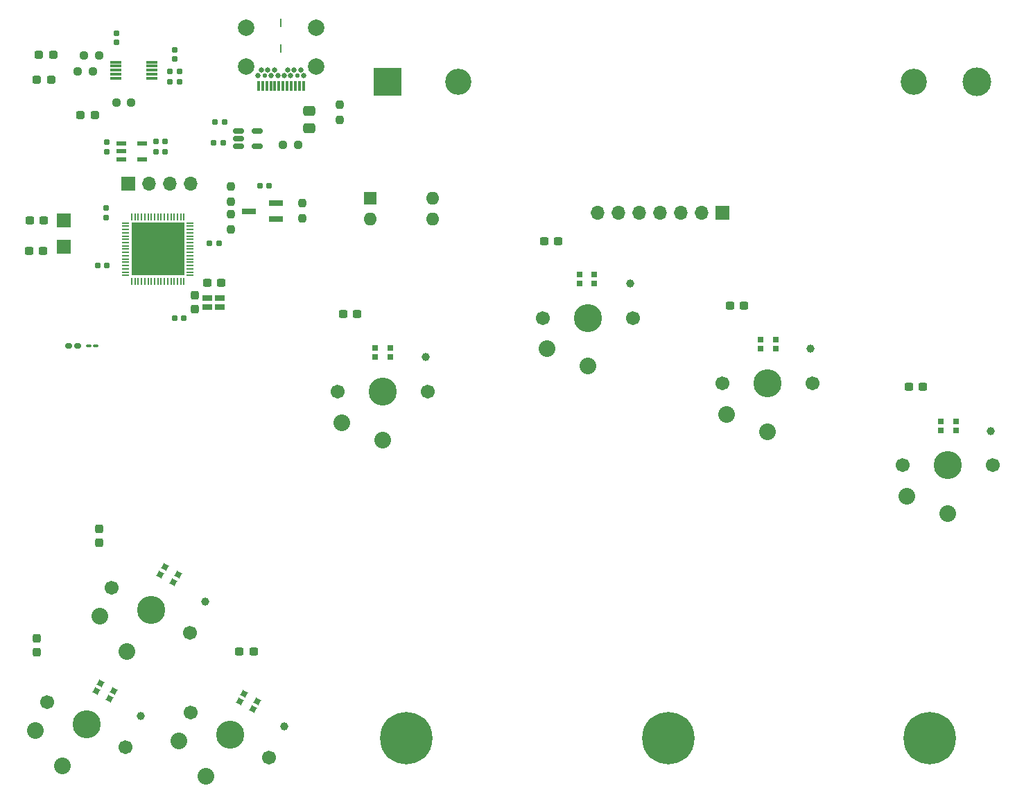
<source format=gbr>
%TF.GenerationSoftware,KiCad,Pcbnew,(5.99.0-9739-g6a369b230f)*%
%TF.CreationDate,2021-03-13T21:37:46+01:00*%
%TF.ProjectId,keychordz,6b657963-686f-4726-947a-2e6b69636164,rev?*%
%TF.SameCoordinates,Original*%
%TF.FileFunction,Soldermask,Top*%
%TF.FilePolarity,Negative*%
%FSLAX46Y46*%
G04 Gerber Fmt 4.6, Leading zero omitted, Abs format (unit mm)*
G04 Created by KiCad (PCBNEW (5.99.0-9739-g6a369b230f)) date 2021-03-13 21:37:46*
%MOMM*%
%LPD*%
G01*
G04 APERTURE LIST*
G04 Aperture macros list*
%AMRoundRect*
0 Rectangle with rounded corners*
0 $1 Rounding radius*
0 $2 $3 $4 $5 $6 $7 $8 $9 X,Y pos of 4 corners*
0 Add a 4 corners polygon primitive as box body*
4,1,4,$2,$3,$4,$5,$6,$7,$8,$9,$2,$3,0*
0 Add four circle primitives for the rounded corners*
1,1,$1+$1,$2,$3*
1,1,$1+$1,$4,$5*
1,1,$1+$1,$6,$7*
1,1,$1+$1,$8,$9*
0 Add four rect primitives between the rounded corners*
20,1,$1+$1,$2,$3,$4,$5,0*
20,1,$1+$1,$4,$5,$6,$7,0*
20,1,$1+$1,$6,$7,$8,$9,0*
20,1,$1+$1,$8,$9,$2,$3,0*%
%AMRotRect*
0 Rectangle, with rotation*
0 The origin of the aperture is its center*
0 $1 length*
0 $2 width*
0 $3 Rotation angle, in degrees counterclockwise*
0 Add horizontal line*
21,1,$1,$2,0,0,$3*%
G04 Aperture macros list end*
%ADD10R,1.800000X1.750000*%
%ADD11R,1.200000X0.800000*%
%ADD12RoundRect,0.150000X-0.512500X-0.150000X0.512500X-0.150000X0.512500X0.150000X-0.512500X0.150000X0*%
%ADD13RoundRect,0.237500X-0.237500X0.250000X-0.237500X-0.250000X0.237500X-0.250000X0.237500X0.250000X0*%
%ADD14R,1.800000X0.800000*%
%ADD15RoundRect,0.160000X-0.222500X-0.160000X0.222500X-0.160000X0.222500X0.160000X-0.222500X0.160000X0*%
%ADD16R,6.500000X6.500000*%
%ADD17R,0.200000X0.950000*%
%ADD18R,0.950000X0.200000*%
%ADD19R,1.200000X0.600000*%
%ADD20RoundRect,0.237500X-0.300000X-0.237500X0.300000X-0.237500X0.300000X0.237500X-0.300000X0.237500X0*%
%ADD21RoundRect,0.155000X0.212500X0.155000X-0.212500X0.155000X-0.212500X-0.155000X0.212500X-0.155000X0*%
%ADD22RoundRect,0.155000X0.155000X-0.212500X0.155000X0.212500X-0.155000X0.212500X-0.155000X-0.212500X0*%
%ADD23RoundRect,0.100000X-0.217500X-0.100000X0.217500X-0.100000X0.217500X0.100000X-0.217500X0.100000X0*%
%ADD24RoundRect,0.237500X0.300000X0.237500X-0.300000X0.237500X-0.300000X-0.237500X0.300000X-0.237500X0*%
%ADD25RoundRect,0.237500X0.237500X-0.300000X0.237500X0.300000X-0.237500X0.300000X-0.237500X-0.300000X0*%
%ADD26RoundRect,0.155000X-0.212500X-0.155000X0.212500X-0.155000X0.212500X0.155000X-0.212500X0.155000X0*%
%ADD27RoundRect,0.155000X-0.155000X0.212500X-0.155000X-0.212500X0.155000X-0.212500X0.155000X0.212500X0*%
%ADD28RoundRect,0.237500X-0.250000X-0.237500X0.250000X-0.237500X0.250000X0.237500X-0.250000X0.237500X0*%
%ADD29C,6.400000*%
%ADD30C,0.800000*%
%ADD31R,0.700000X0.700000*%
%ADD32R,1.600000X1.600000*%
%ADD33O,1.600000X1.600000*%
%ADD34RoundRect,0.237500X0.287500X0.237500X-0.287500X0.237500X-0.287500X-0.237500X0.287500X-0.237500X0*%
%ADD35C,3.429000*%
%ADD36C,1.701800*%
%ADD37C,0.990600*%
%ADD38C,2.032000*%
%ADD39RotRect,0.700000X0.700000X330.000000*%
%ADD40RoundRect,0.160000X0.197500X0.160000X-0.197500X0.160000X-0.197500X-0.160000X0.197500X-0.160000X0*%
%ADD41RoundRect,0.250000X-0.475000X0.337500X-0.475000X-0.337500X0.475000X-0.337500X0.475000X0.337500X0*%
%ADD42RoundRect,0.160000X-0.197500X-0.160000X0.197500X-0.160000X0.197500X0.160000X-0.197500X0.160000X0*%
%ADD43R,1.700000X1.700000*%
%ADD44O,1.700000X1.700000*%
%ADD45R,1.400000X0.300000*%
%ADD46C,3.200000*%
%ADD47R,3.500000X3.500000*%
%ADD48C,3.500000*%
%ADD49R,0.300000X1.200000*%
%ADD50C,0.650000*%
%ADD51C,0.550000*%
%ADD52C,2.010000*%
%ADD53R,0.200000X1.000000*%
%ADD54RoundRect,0.237500X-0.237500X0.300000X-0.237500X-0.300000X0.237500X-0.300000X0.237500X0.300000X0*%
G04 APERTURE END LIST*
D10*
%TO.C,Y2*%
X20200000Y-39775000D03*
X20200000Y-43025000D03*
%TD*%
D11*
%TO.C,Y1*%
X39300000Y-50350000D03*
X37700000Y-50350000D03*
X37700000Y-49250000D03*
X39300000Y-49250000D03*
%TD*%
D12*
%TO.C,U1*%
X43837500Y-28850000D03*
X43837500Y-30750000D03*
X41562500Y-30750000D03*
X41562500Y-29800000D03*
X41562500Y-28850000D03*
%TD*%
D13*
%TO.C,R10*%
X49300000Y-39512500D03*
X49300000Y-37687500D03*
%TD*%
%TO.C,R9*%
X40600000Y-37500000D03*
X40600000Y-35675000D03*
%TD*%
%TO.C,R8*%
X40600000Y-40887500D03*
X40600000Y-39062500D03*
%TD*%
D14*
%TO.C,Q1*%
X42800000Y-38650000D03*
X46100000Y-37700000D03*
X46100000Y-39600000D03*
%TD*%
D15*
%TO.C,L1*%
X21920000Y-55150000D03*
X20775000Y-55150000D03*
%TD*%
D16*
%TO.C,IC3*%
X31700000Y-43300000D03*
D17*
X28500000Y-39350000D03*
X28900000Y-39350000D03*
X29300000Y-39350000D03*
X29700000Y-39350000D03*
X30100000Y-39350000D03*
X30500000Y-39350000D03*
X30900000Y-39350000D03*
X31300000Y-39350000D03*
X31700000Y-39350000D03*
X32100000Y-39350000D03*
X32500000Y-39350000D03*
X32900000Y-39350000D03*
X33300000Y-39350000D03*
X33700000Y-39350000D03*
X34100000Y-39350000D03*
X34500000Y-39350000D03*
X34900000Y-39350000D03*
D18*
X35650000Y-40100000D03*
X35650000Y-40500000D03*
X35650000Y-40900000D03*
X35650000Y-41300000D03*
X35650000Y-41700000D03*
X35650000Y-42100000D03*
X35650000Y-42500000D03*
X35650000Y-42900000D03*
X35650000Y-43300000D03*
X35650000Y-43700000D03*
X35650000Y-44100000D03*
X35650000Y-44500000D03*
X35650000Y-44900000D03*
X35650000Y-45300000D03*
X35650000Y-45700000D03*
X35650000Y-46100000D03*
X35650000Y-46500000D03*
D17*
X34900000Y-47250000D03*
X34500000Y-47250000D03*
X34100000Y-47250000D03*
X33700000Y-47250000D03*
X33300000Y-47250000D03*
X32900000Y-47250000D03*
X32500000Y-47250000D03*
X32100000Y-47250000D03*
X31700000Y-47250000D03*
X31300000Y-47250000D03*
X30900000Y-47250000D03*
X30500000Y-47250000D03*
X30100000Y-47250000D03*
X29700000Y-47250000D03*
X29300000Y-47250000D03*
X28900000Y-47250000D03*
X28500000Y-47250000D03*
D18*
X27750000Y-46500000D03*
X27750000Y-46100000D03*
X27750000Y-45700000D03*
X27750000Y-45300000D03*
X27750000Y-44900000D03*
X27750000Y-44500000D03*
X27750000Y-44100000D03*
X27750000Y-43700000D03*
X27750000Y-43300000D03*
X27750000Y-42900000D03*
X27750000Y-42500000D03*
X27750000Y-42100000D03*
X27750000Y-41700000D03*
X27750000Y-41300000D03*
X27750000Y-40900000D03*
X27750000Y-40500000D03*
X27750000Y-40100000D03*
%TD*%
D19*
%TO.C,IC2*%
X29750000Y-30410000D03*
X29750000Y-32310000D03*
X27250000Y-32310000D03*
X27250000Y-31360000D03*
X27250000Y-30410000D03*
%TD*%
D20*
%TO.C,C18*%
X17662500Y-43500000D03*
X15937500Y-43500000D03*
%TD*%
%TO.C,C15*%
X17762500Y-39800000D03*
X16037500Y-39800000D03*
%TD*%
D21*
%TO.C,C14*%
X44132500Y-35600000D03*
X45267500Y-35600000D03*
%TD*%
D22*
%TO.C,C13*%
X25400000Y-38300000D03*
X25400000Y-39435000D03*
%TD*%
D23*
%TO.C,C12*%
X24082500Y-55150000D03*
X23267500Y-55150000D03*
%TD*%
D24*
%TO.C,C11*%
X37737500Y-47400000D03*
X39462500Y-47400000D03*
%TD*%
D25*
%TO.C,C10*%
X36200000Y-48937500D03*
X36200000Y-50662500D03*
%TD*%
D26*
%TO.C,C9*%
X34867500Y-51700000D03*
X33732500Y-51700000D03*
%TD*%
D21*
%TO.C,C8*%
X24332500Y-45300000D03*
X25467500Y-45300000D03*
%TD*%
D26*
%TO.C,C7*%
X39167500Y-42600000D03*
X38032500Y-42600000D03*
%TD*%
%TO.C,C6*%
X32567500Y-31400000D03*
X31432500Y-31400000D03*
%TD*%
%TO.C,C5*%
X39667500Y-30300000D03*
X38532500Y-30300000D03*
%TD*%
D21*
%TO.C,C3*%
X38682500Y-27750000D03*
X39817500Y-27750000D03*
%TD*%
D26*
%TO.C,C2*%
X32567500Y-30160000D03*
X31432500Y-30160000D03*
%TD*%
D27*
%TO.C,C1*%
X25500000Y-31367500D03*
X25500000Y-30232500D03*
%TD*%
D28*
%TO.C,R3*%
X47001500Y-30530000D03*
X48826500Y-30530000D03*
%TD*%
D29*
%TO.C,MNT1*%
X62000000Y-103000000D03*
D30*
X59600000Y-103000000D03*
X60302944Y-104697056D03*
X62000000Y-105400000D03*
X64400000Y-103000000D03*
X60302944Y-101302944D03*
X63697056Y-104697056D03*
X63697056Y-101302944D03*
X62000000Y-100600000D03*
%TD*%
D31*
%TO.C,D8*%
X83185000Y-47525000D03*
X85015000Y-47525000D03*
X85015000Y-46425000D03*
X83185000Y-46425000D03*
%TD*%
D32*
%TO.C,SW9*%
X57658000Y-37084000D03*
D33*
X57658000Y-39624000D03*
X65278000Y-39624000D03*
X65278000Y-37084000D03*
%TD*%
D34*
%TO.C,D1*%
X18647000Y-22566000D03*
X16897000Y-22566000D03*
%TD*%
%TO.C,D3*%
X23981000Y-26884000D03*
X22231000Y-26884000D03*
%TD*%
D35*
%TO.C,SW1*%
X22968000Y-101346000D03*
D36*
X27731140Y-104096000D03*
D37*
X29588653Y-100318693D03*
D36*
X18204860Y-98596000D03*
D38*
X20018000Y-106455550D03*
X16737873Y-102136897D03*
%TD*%
D39*
%TO.C,D4*%
X24186587Y-97300814D03*
X25771413Y-98215814D03*
X26321413Y-97263186D03*
X24736587Y-96348186D03*
%TD*%
D36*
%TO.C,SW5*%
X89682000Y-51689000D03*
X78682000Y-51689000D03*
D37*
X89402000Y-47489000D03*
D35*
X84182000Y-51689000D03*
D38*
X84182000Y-57589000D03*
X79182000Y-55489000D03*
%TD*%
D13*
%TO.C,R4*%
X53900000Y-25687500D03*
X53900000Y-27512500D03*
%TD*%
D39*
%TO.C,D5*%
X41712587Y-98570814D03*
X43297413Y-99485814D03*
X43847413Y-98533186D03*
X42262587Y-97618186D03*
%TD*%
D28*
%TO.C,R7*%
X26615000Y-25360000D03*
X28440000Y-25360000D03*
%TD*%
D40*
%TO.C,R6*%
X34371500Y-22820000D03*
X33176500Y-22820000D03*
%TD*%
D36*
%TO.C,SW6*%
X133682000Y-69689000D03*
X122682000Y-69689000D03*
D37*
X133402000Y-65489000D03*
D35*
X128182000Y-69689000D03*
D38*
X128182000Y-75589000D03*
X123182000Y-73489000D03*
%TD*%
D20*
%TO.C,C29*%
X101551500Y-50235000D03*
X103276500Y-50235000D03*
%TD*%
%TO.C,C30*%
X123395500Y-60141000D03*
X125120500Y-60141000D03*
%TD*%
D41*
%TO.C,C22*%
X50200000Y-26444500D03*
X50200000Y-28519500D03*
%TD*%
D42*
%TO.C,R5*%
X33176500Y-21550000D03*
X34371500Y-21550000D03*
%TD*%
D28*
%TO.C,R1*%
X21939500Y-21550000D03*
X23764500Y-21550000D03*
%TD*%
D20*
%TO.C,C28*%
X78845000Y-42361000D03*
X80570000Y-42361000D03*
%TD*%
D36*
%TO.C,SW2*%
X35730860Y-99866000D03*
X45257140Y-105366000D03*
D37*
X47114653Y-101588693D03*
D35*
X40494000Y-102616000D03*
D38*
X37544000Y-107725550D03*
X34263873Y-103406897D03*
%TD*%
D43*
%TO.C,J2*%
X28100000Y-35300000D03*
D44*
X30640000Y-35300000D03*
X33180000Y-35300000D03*
X35720000Y-35300000D03*
%TD*%
D30*
%TO.C,MNT3*%
X127697056Y-104697056D03*
X123600000Y-103000000D03*
X124302944Y-104697056D03*
X124302944Y-101302944D03*
X126000000Y-105400000D03*
X126000000Y-100600000D03*
X128400000Y-103000000D03*
D29*
X126000000Y-103000000D03*
D30*
X127697056Y-101302944D03*
%TD*%
D45*
%TO.C,IC1*%
X26594000Y-20450000D03*
X26594000Y-20950000D03*
X26594000Y-21450000D03*
X26594000Y-21950000D03*
X26594000Y-22450000D03*
X30994000Y-22450000D03*
X30994000Y-21950000D03*
X30994000Y-21450000D03*
X30994000Y-20950000D03*
X30994000Y-20450000D03*
%TD*%
D20*
%TO.C,C27*%
X54307500Y-51251000D03*
X56032500Y-51251000D03*
%TD*%
D36*
%TO.C,SW7*%
X100682000Y-59689000D03*
D35*
X106182000Y-59689000D03*
D36*
X111682000Y-59689000D03*
D37*
X111402000Y-55489000D03*
D38*
X106182000Y-65589000D03*
X101182000Y-63489000D03*
%TD*%
D39*
%TO.C,D6*%
X32009174Y-83095628D03*
X33594000Y-84010628D03*
X34144000Y-83058000D03*
X32559174Y-82143000D03*
%TD*%
D34*
%TO.C,D2*%
X18901000Y-19518000D03*
X17151000Y-19518000D03*
%TD*%
D25*
%TO.C,C4*%
X16872000Y-92556500D03*
X16872000Y-90831500D03*
%TD*%
D36*
%TO.C,SW3*%
X26078860Y-84626000D03*
X35605140Y-90126000D03*
D35*
X30842000Y-87376000D03*
D37*
X37462653Y-86348693D03*
D38*
X27892000Y-92485550D03*
X24611873Y-88166897D03*
%TD*%
D22*
%TO.C,C23*%
X33774000Y-20085500D03*
X33774000Y-18950500D03*
%TD*%
D30*
%TO.C,MNT2*%
X96400000Y-103000000D03*
X94000000Y-105400000D03*
X92302944Y-104697056D03*
X92302944Y-101302944D03*
X94000000Y-100600000D03*
X91600000Y-103000000D03*
D29*
X94000000Y-103000000D03*
D30*
X95697056Y-101302944D03*
X95697056Y-104697056D03*
%TD*%
D46*
%TO.C,BT1*%
X68403000Y-22860000D03*
X124013000Y-22860000D03*
D47*
X59758000Y-22860000D03*
D48*
X131758000Y-22860000D03*
%TD*%
D28*
%TO.C,R2*%
X22701500Y-19678000D03*
X24526500Y-19678000D03*
%TD*%
D49*
%TO.C,J1*%
X49486000Y-23380000D03*
X48986000Y-23380000D03*
X48486000Y-23380000D03*
X47986000Y-23380000D03*
X47486000Y-23380000D03*
X46986000Y-23380000D03*
X46486000Y-23380000D03*
X45986000Y-23380000D03*
X45486000Y-23380000D03*
X44986000Y-23380000D03*
X44486000Y-23380000D03*
X43986000Y-23380000D03*
D50*
X43936000Y-22130000D03*
X44336000Y-21420000D03*
X45136000Y-21420000D03*
X45536000Y-22130000D03*
X45936000Y-21420000D03*
X46336000Y-22130000D03*
X47136000Y-22130000D03*
X47536000Y-21420000D03*
X47936000Y-22130000D03*
X48336000Y-21420000D03*
X49136000Y-21420000D03*
X49536000Y-22130000D03*
D51*
X44736000Y-22130000D03*
X48736000Y-22130000D03*
D52*
X51006000Y-20980000D03*
X42466000Y-20980000D03*
X51006000Y-16250000D03*
X42466000Y-16250000D03*
D53*
X46736000Y-18800000D03*
X46736000Y-15700000D03*
%TD*%
D35*
%TO.C,SW4*%
X59182000Y-60689000D03*
D37*
X64402000Y-56489000D03*
D36*
X53682000Y-60689000D03*
X64682000Y-60689000D03*
D38*
X59182000Y-66589000D03*
X54182000Y-64489000D03*
%TD*%
D31*
%TO.C,D10*%
X127307000Y-65480500D03*
X129137000Y-65480500D03*
X129137000Y-64380500D03*
X127307000Y-64380500D03*
%TD*%
D22*
%TO.C,C24*%
X26662000Y-18053500D03*
X26662000Y-16918500D03*
%TD*%
D54*
%TO.C,C26*%
X24492000Y-77470000D03*
X24492000Y-79195000D03*
%TD*%
D20*
%TO.C,C25*%
X41663500Y-92456000D03*
X43388500Y-92456000D03*
%TD*%
D43*
%TO.C,J3*%
X100640000Y-38900000D03*
D44*
X98100000Y-38900000D03*
X95560000Y-38900000D03*
X93020000Y-38900000D03*
X90480000Y-38900000D03*
X87940000Y-38900000D03*
X85400000Y-38900000D03*
%TD*%
D31*
%TO.C,D7*%
X58219000Y-56463500D03*
X60049000Y-56463500D03*
X60049000Y-55363500D03*
X58219000Y-55363500D03*
%TD*%
%TO.C,D9*%
X105336000Y-55447500D03*
X107166000Y-55447500D03*
X107166000Y-54347500D03*
X105336000Y-54347500D03*
%TD*%
M02*

</source>
